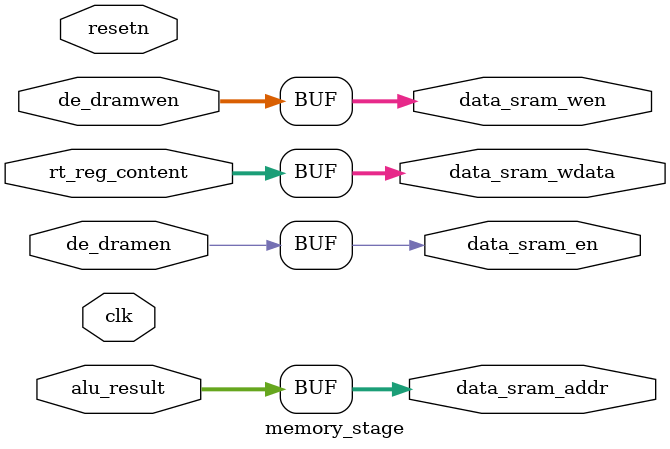
<source format=v>
 

module memory_stage(
    input  wire        clk,
    input  wire        resetn,

    input  wire [31:0] alu_result,        //reg num of dest operand
    input  wire [31:0] rt_reg_content,
    input  wire [3:0] de_dramwen,
    input  wire  de_dramen,
    output wire [31:0] data_sram_addr,
    output wire [31:0] data_sram_wdata,
    output wire [3:0]  data_sram_wen,
    output wire data_sram_en

);


assign data_sram_addr = alu_result;
assign data_sram_wen = de_dramwen;
assign data_sram_en = de_dramen;
assign data_sram_wdata = rt_reg_content;

endmodule //memory_stage

</source>
